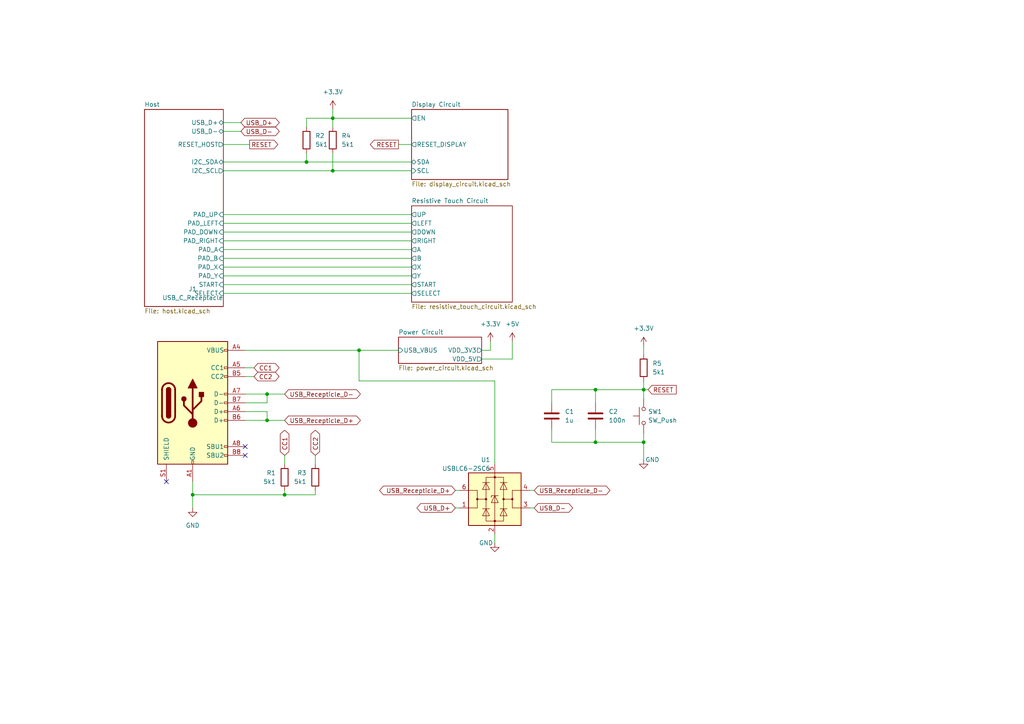
<source format=kicad_sch>
(kicad_sch (version 20230121) (generator eeschema)
  (paper "A4")
  (lib_symbols
    (symbol "Connector:USB_C_Receptacle_USB2.0" (pin_names (offset 1.016))
      (property "Reference" "J" (at -10.16 19.05 0))
      (property "Value" "USB_C_Receptacle_USB2.0" (at 19.05 19.05 0))
      (symbol "USB_C_Receptacle_USB2.0_0_0"
        (rectangle (start -0.254 -17.78) (end 0.254 -16.764))
        (rectangle (start 10.16 -14.986) (end 9.144 -15.494))
        (rectangle (start 10.16 -12.446) (end 9.144 -12.954))
        (rectangle (start 10.16 -4.826) (end 9.144 -5.334))
        (rectangle (start 10.16 -2.286) (end 9.144 -2.794))
        (rectangle (start 10.16 0.254) (end 9.144 -0.254))
        (rectangle (start 10.16 2.794) (end 9.144 2.286))
        (rectangle (start 10.16 7.874) (end 9.144 7.366))
        (rectangle (start 10.16 10.414) (end 9.144 9.906))
        (rectangle (start 10.16 15.494) (end 9.144 14.986))
      )
      (symbol "USB_C_Receptacle_USB2.0_0_1"
        (rectangle (start -10.16 17.78) (end 10.16 -17.78) (stroke (width 0.254)) (fill (type background)))
        (arc (start -8.89 -3.81) (mid -6.985 -5.7067) (end -5.08 -3.81) (stroke (width 0.508)))
        (arc (start -7.62 -3.81) (mid -6.985 -4.4423) (end -6.35 -3.81) (stroke (width 0.254)))
        (arc (start -7.62 -3.81) (mid -6.985 -4.4423) (end -6.35 -3.81) (stroke (width 0.254)) (fill (type outline)))
        (rectangle (start -7.62 -3.81) (end -6.35 3.81) (stroke (width 0.254)) (fill (type outline)))
        (arc (start -6.35 3.81) (mid -6.985 4.4423) (end -7.62 3.81) (stroke (width 0.254)))
        (arc (start -6.35 3.81) (mid -6.985 4.4423) (end -7.62 3.81) (stroke (width 0.254)) (fill (type outline)))
        (arc (start -5.08 3.81) (mid -6.985 5.7067) (end -8.89 3.81) (stroke (width 0.508)))
        (circle (center -2.54 1.143) (radius 0.635) (stroke (width 0.254)) (fill (type outline)))
        (circle (center 0 -5.842) (radius 1.27) (fill (type outline)))
        (polyline (pts (xy -8.89 -3.81) (xy -8.89 3.81)) (stroke (width 0.508)))
        (polyline (pts (xy -5.08 3.81) (xy -5.08 -3.81)) (stroke (width 0.508)))
        (polyline (pts (xy 0 -5.842) (xy 0 4.318)) (stroke (width 0.508)))
        (polyline (pts (xy 0 -3.302) (xy -2.54 -0.762) (xy -2.54 0.508)) (stroke (width 0.508)))
        (polyline (pts (xy 0 -2.032) (xy 2.54 0.508) (xy 2.54 1.778)) (stroke (width 0.508)))
        (polyline (pts (xy -1.27 4.318) (xy 0 6.858) (xy 1.27 4.318) (xy -1.27 4.318)) (stroke (width 0.254)) (fill (type outline)))
        (rectangle (start 1.905 1.778) (end 3.175 3.048) (stroke (width 0.254)) (fill (type outline)))
      )
      (symbol "USB_C_Receptacle_USB2.0_1_1"
        (pin passive line (at 0 -22.86 90) (length 5.08) (name "GND") (number "A1"))
        (pin passive line (at 0 -22.86 90) (length 5.08) hide (name "GND") (number "A12"))
        (pin passive line (at 15.24 15.24 180) (length 5.08) (name "VBUS") (number "A4"))
        (pin bidirectional line (at 15.24 10.16 180) (length 5.08) (name "CC1") (number "A5"))
        (pin bidirectional line (at 15.24 -2.54 180) (length 5.08) (name "D+") (number "A6"))
        (pin bidirectional line (at 15.24 2.54 180) (length 5.08) (name "D-") (number "A7"))
        (pin bidirectional line (at 15.24 -12.7 180) (length 5.08) (name "SBU1") (number "A8"))
        (pin passive line (at 15.24 15.24 180) (length 5.08) hide (name "VBUS") (number "A9"))
        (pin passive line (at 0 -22.86 90) (length 5.08) hide (name "GND") (number "B1"))
        (pin passive line (at 0 -22.86 90) (length 5.08) hide (name "GND") (number "B12"))
        (pin passive line (at 15.24 15.24 180) (length 5.08) hide (name "VBUS") (number "B4"))
        (pin bidirectional line (at 15.24 7.62 180) (length 5.08) (name "CC2") (number "B5"))
        (pin bidirectional line (at 15.24 -5.08 180) (length 5.08) (name "D+") (number "B6"))
        (pin bidirectional line (at 15.24 0 180) (length 5.08) (name "D-") (number "B7"))
        (pin bidirectional line (at 15.24 -15.24 180) (length 5.08) (name "SBU2") (number "B8"))
        (pin passive line (at 15.24 15.24 180) (length 5.08) hide (name "VBUS") (number "B9"))
        (pin passive line (at -7.62 -22.86 90) (length 5.08) (name "SHIELD") (number "S1"))
      )
    )
    (symbol "Device:C" (pin_numbers hide) (pin_names (offset 0.254))
      (property "Reference" "C" (at 0.635 2.54 0))
      (property "Value" "C" (at 0.635 -2.54 0))
      (symbol "C_0_1"
        (polyline (pts (xy -2.032 -0.762) (xy 2.032 -0.762)) (stroke (width 0.508)))
        (polyline (pts (xy -2.032 0.762) (xy 2.032 0.762)) (stroke (width 0.508)))
      )
      (symbol "C_1_1"
        (pin passive line (at 0 3.81 270) (length 2.794) (name "~") (number "1"))
        (pin passive line (at 0 -3.81 90) (length 2.794) (name "~") (number "2"))
      )
    )
    (symbol "Device:R" (pin_numbers hide) (pin_names (offset 0))
      (property "Reference" "R" (at 2.032 0 90))
      (property "Value" "R" (at 0 0 90))
      (symbol "R_0_1"
        (rectangle (start -1.016 -2.54) (end 1.016 2.54) (stroke (width 0.254)))
      )
      (symbol "R_1_1"
        (pin passive line (at 0 3.81 270) (length 1.27) (name "~") (number "1"))
        (pin passive line (at 0 -3.81 90) (length 1.27) (name "~") (number "2"))
      )
    )
    (symbol "Power_Protection:USBLC6-2SC6" (pin_names hide)
      (property "Reference" "U" (at 2.54 8.89 0))
      (property "Value" "USBLC6-2SC6" (at 2.54 -8.89 0))
      (symbol "USBLC6-2SC6_0_1"
        (rectangle (start -7.62 -7.62) (end 7.62 7.62) (stroke (width 0.254)) (fill (type background)))
        (circle (center -5.08 0) (radius 0.254) (fill (type outline)))
        (circle (center -2.54 0) (radius 0.254) (fill (type outline)))
        (rectangle (start -2.54 6.35) (end 2.54 -6.35))
        (circle (center 0 -6.35) (radius 0.254) (fill (type outline)))
        (polyline (pts (xy -5.08 -2.54) (xy -7.62 -2.54)))
        (polyline (pts (xy -5.08 0) (xy -5.08 -2.54)))
        (polyline (pts (xy -5.08 2.54) (xy -7.62 2.54)))
        (polyline (pts (xy -1.524 -2.794) (xy -3.556 -2.794)))
        (polyline (pts (xy -1.524 4.826) (xy -3.556 4.826)))
        (polyline (pts (xy 0 -7.62) (xy 0 -6.35)))
        (polyline (pts (xy 0 -6.35) (xy 0 1.27)))
        (polyline (pts (xy 0 1.27) (xy 0 6.35)))
        (polyline (pts (xy 0 6.35) (xy 0 7.62)))
        (polyline (pts (xy 1.524 -2.794) (xy 3.556 -2.794)))
        (polyline (pts (xy 1.524 4.826) (xy 3.556 4.826)))
        (polyline (pts (xy 5.08 -2.54) (xy 7.62 -2.54)))
        (polyline (pts (xy 5.08 0) (xy 5.08 -2.54)))
        (polyline (pts (xy 5.08 2.54) (xy 7.62 2.54)))
        (polyline (pts (xy -2.54 0) (xy -5.08 0) (xy -5.08 2.54)))
        (polyline (pts (xy 2.54 0) (xy 5.08 0) (xy 5.08 2.54)))
        (polyline (pts (xy -3.556 -4.826) (xy -1.524 -4.826) (xy -2.54 -2.794) (xy -3.556 -4.826)))
        (polyline (pts (xy -3.556 2.794) (xy -1.524 2.794) (xy -2.54 4.826) (xy -3.556 2.794)))
        (polyline (pts (xy -1.016 -1.016) (xy 1.016 -1.016) (xy 0 1.016) (xy -1.016 -1.016)))
        (polyline (pts (xy 1.016 1.016) (xy 0.762 1.016) (xy -1.016 1.016) (xy -1.016 0.508)))
        (polyline (pts (xy 3.556 -4.826) (xy 1.524 -4.826) (xy 2.54 -2.794) (xy 3.556 -4.826)))
        (polyline (pts (xy 3.556 2.794) (xy 1.524 2.794) (xy 2.54 4.826) (xy 3.556 2.794)))
        (circle (center 0 6.35) (radius 0.254) (fill (type outline)))
        (circle (center 2.54 0) (radius 0.254) (fill (type outline)))
        (circle (center 5.08 0) (radius 0.254) (fill (type outline)))
      )
      (symbol "USBLC6-2SC6_1_1"
        (pin passive line (at -10.16 -2.54 0) (length 2.54) (name "I/O1") (number "1"))
        (pin passive line (at 0 -10.16 90) (length 2.54) (name "GND") (number "2"))
        (pin passive line (at 10.16 -2.54 180) (length 2.54) (name "I/O2") (number "3"))
        (pin passive line (at 10.16 2.54 180) (length 2.54) (name "I/O2") (number "4"))
        (pin passive line (at 0 10.16 270) (length 2.54) (name "VBUS") (number "5"))
        (pin passive line (at -10.16 2.54 0) (length 2.54) (name "I/O1") (number "6"))
      )
    )
    (symbol "Switch:SW_Push" (pin_numbers hide) (pin_names (offset 1.016) hide)
      (property "Reference" "SW" (at 1.27 2.54 0))
      (property "Value" "SW_Push" (at 0 -1.524 0))
      (symbol "SW_Push_0_1"
        (circle (center -2.032 0) (radius 0.508))
        (polyline (pts (xy 0 1.27) (xy 0 3.048)))
        (polyline (pts (xy 2.54 1.27) (xy -2.54 1.27)))
        (circle (center 2.032 0) (radius 0.508))
        (pin passive line (at -5.08 0 0) (length 2.54) (name "1") (number "1"))
        (pin passive line (at 5.08 0 180) (length 2.54) (name "2") (number "2"))
      )
    )
    (symbol "power:+3.3V" (power) (pin_names (offset 0))
      (property "Value" "+3.3V" (at 0 3.556 0))
      (symbol "+3.3V_0_1"
        (polyline (pts (xy -0.762 1.27) (xy 0 2.54)))
        (polyline (pts (xy 0 0) (xy 0 2.54)))
        (polyline (pts (xy 0 2.54) (xy 0.762 1.27)))
      )
      (symbol "+3.3V_1_1"
        (pin power_in line (at 0 0 90) (length 0) hide (name "+3.3V") (number "1"))
      )
    )
    (symbol "power:+5V" (power) (pin_names (offset 0))
      (property "Value" "+5V" (at 0 3.556 0))
      (symbol "+5V_0_1"
        (polyline (pts (xy -0.762 1.27) (xy 0 2.54)))
        (polyline (pts (xy 0 0) (xy 0 2.54)))
        (polyline (pts (xy 0 2.54) (xy 0.762 1.27)))
      )
      (symbol "+5V_1_1"
        (pin power_in line (at 0 0 90) (length 0) hide (name "+5V") (number "1"))
      )
    )
    (symbol "power:GND" (power) (pin_names (offset 0))
      (property "Value" "GND" (at 0 -3.81 0))
      (symbol "GND_0_1"
        (polyline (pts (xy 0 0) (xy 0 -1.27) (xy 1.27 -1.27) (xy 0 -2.54) (xy -1.27 -1.27) (xy 0 -1.27)))
      )
      (symbol "GND_1_1"
        (pin power_in line (at 0 0 270) (length 0) hide (name "GND") (number "1"))
      )
    )
  )
  (junction (at 88.9 46.99))
  (junction (at 55.88 143.51))
  (junction (at 96.52 34.29))
  (junction (at 96.52 49.53))
  (junction (at 172.72 113.03))
  (junction (at 77.47 121.92))
  (junction (at 104.14 101.6))
  (junction (at 186.69 128.27))
  (junction (at 82.55 143.51))
  (junction (at 77.47 114.3))
  (junction (at 186.69 113.03))
  (junction (at 172.72 128.27))
  (no_connect (at 71.12 132.08))
  (no_connect (at 71.12 129.54))
  (no_connect (at 48.26 139.7))
  (wire (pts (xy 96.52 34.29) (xy 119.38 34.29)))
  (wire (pts (xy 186.69 133.35) (xy 186.69 128.27)))
  (wire (pts (xy 160.02 113.03) (xy 172.72 113.03)))
  (wire (pts (xy 71.12 116.84) (xy 77.47 116.84)))
  (wire (pts (xy 77.47 114.3) (xy 77.47 116.84)))
  (wire (pts (xy 115.57 41.91) (xy 119.38 41.91)))
  (wire (pts (xy 172.72 116.84) (xy 172.72 113.03)))
  (wire (pts (xy 64.77 64.77) (xy 119.38 64.77)))
  (wire (pts (xy 172.72 124.46) (xy 172.72 128.27)))
  (wire (pts (xy 160.02 116.84) (xy 160.02 113.03)))
  (wire (pts (xy 64.77 67.31) (xy 119.38 67.31)))
  (wire (pts (xy 143.51 154.94) (xy 143.51 157.48)))
  (wire (pts (xy 104.14 101.6) (xy 115.57 101.6)))
  (wire (pts (xy 96.52 44.45) (xy 96.52 49.53)))
  (wire (pts (xy 143.51 110.49) (xy 143.51 134.62)))
  (wire (pts (xy 88.9 36.83) (xy 88.9 34.29)))
  (wire (pts (xy 64.77 46.99) (xy 88.9 46.99)))
  (wire (pts (xy 143.51 110.49) (xy 104.14 110.49)))
  (wire (pts (xy 88.9 46.99) (xy 119.38 46.99)))
  (wire (pts (xy 55.88 143.51) (xy 55.88 147.32)))
  (wire (pts (xy 96.52 49.53) (xy 119.38 49.53)))
  (wire (pts (xy 88.9 44.45) (xy 88.9 46.99)))
  (wire (pts (xy 153.67 142.24) (xy 154.94 142.24)))
  (wire (pts (xy 64.77 38.1) (xy 69.85 38.1)))
  (wire (pts (xy 91.44 142.24) (xy 91.44 143.51)))
  (wire (pts (xy 88.9 34.29) (xy 96.52 34.29)))
  (wire (pts (xy 172.72 113.03) (xy 186.69 113.03)))
  (wire (pts (xy 142.24 99.06) (xy 142.24 101.6)))
  (wire (pts (xy 91.44 143.51) (xy 82.55 143.51)))
  (wire (pts (xy 186.69 113.03) (xy 186.69 115.57)))
  (wire (pts (xy 64.77 77.47) (xy 119.38 77.47)))
  (wire (pts (xy 139.7 104.14) (xy 148.59 104.14)))
  (wire (pts (xy 96.52 31.75) (xy 96.52 34.29)))
  (wire (pts (xy 82.55 132.08) (xy 82.55 134.62)))
  (wire (pts (xy 82.55 114.3) (xy 77.47 114.3)))
  (wire (pts (xy 64.77 35.56) (xy 69.85 35.56)))
  (wire (pts (xy 64.77 82.55) (xy 119.38 82.55)))
  (wire (pts (xy 186.69 110.49) (xy 186.69 113.03)))
  (wire (pts (xy 91.44 132.08) (xy 91.44 134.62)))
  (wire (pts (xy 64.77 85.09) (xy 119.38 85.09)))
  (wire (pts (xy 160.02 124.46) (xy 160.02 128.27)))
  (wire (pts (xy 55.88 143.51) (xy 82.55 143.51)))
  (wire (pts (xy 104.14 110.49) (xy 104.14 101.6)))
  (wire (pts (xy 64.77 80.01) (xy 119.38 80.01)))
  (wire (pts (xy 160.02 128.27) (xy 172.72 128.27)))
  (wire (pts (xy 73.66 106.68) (xy 71.12 106.68)))
  (wire (pts (xy 148.59 99.06) (xy 148.59 104.14)))
  (wire (pts (xy 73.66 109.22) (xy 71.12 109.22)))
  (wire (pts (xy 77.47 114.3) (xy 71.12 114.3)))
  (wire (pts (xy 139.7 101.6) (xy 142.24 101.6)))
  (wire (pts (xy 186.69 125.73) (xy 186.69 128.27)))
  (wire (pts (xy 71.12 101.6) (xy 104.14 101.6)))
  (wire (pts (xy 64.77 62.23) (xy 119.38 62.23)))
  (wire (pts (xy 71.12 119.38) (xy 77.47 119.38)))
  (wire (pts (xy 77.47 121.92) (xy 82.55 121.92)))
  (wire (pts (xy 64.77 41.91) (xy 72.39 41.91)))
  (wire (pts (xy 64.77 74.93) (xy 119.38 74.93)))
  (wire (pts (xy 77.47 121.92) (xy 71.12 121.92)))
  (wire (pts (xy 132.08 142.24) (xy 133.35 142.24)))
  (wire (pts (xy 186.69 100.33) (xy 186.69 102.87)))
  (wire (pts (xy 186.69 113.03) (xy 187.96 113.03)))
  (wire (pts (xy 96.52 34.29) (xy 96.52 36.83)))
  (wire (pts (xy 77.47 119.38) (xy 77.47 121.92)))
  (wire (pts (xy 82.55 142.24) (xy 82.55 143.51)))
  (wire (pts (xy 132.08 147.32) (xy 133.35 147.32)))
  (wire (pts (xy 55.88 139.7) (xy 55.88 143.51)))
  (wire (pts (xy 64.77 72.39) (xy 119.38 72.39)))
  (wire (pts (xy 154.94 147.32) (xy 153.67 147.32)))
  (wire (pts (xy 64.77 49.53) (xy 96.52 49.53)))
  (wire (pts (xy 172.72 128.27) (xy 186.69 128.27)))
  (wire (pts (xy 64.77 69.85) (xy 119.38 69.85)))
  (global_label "USB_Recepticle_D-" (shape bidirectional) (at 154.94 142.24 0) (property "Intersheetrefs" "${INTERSHEET_REFS}" (effects hide)))
  (global_label "USB_Recepticle_D+" (shape bidirectional) (at 82.55 121.92 0) (property "Intersheetrefs" "${INTERSHEET_REFS}" (effects hide)))
  (global_label "USB_D+" (shape bidirectional) (at 132.08 147.32 180) (property "Intersheetrefs" "${INTERSHEET_REFS}" (effects hide)))
  (global_label "RESET" (shape input) (at 187.96 113.03 0) (property "Intersheetrefs" "${INTERSHEET_REFS}" (effects hide)))
  (global_label "USB_Recepticle_D+" (shape bidirectional) (at 132.08 142.24 180) (property "Intersheetrefs" "${INTERSHEET_REFS}" (effects hide)))
  (global_label "CC1" (shape bidirectional) (at 82.55 132.08 90) (property "Intersheetrefs" "${INTERSHEET_REFS}" (effects hide)))
  (global_label "CC1" (shape bidirectional) (at 73.66 106.68 0) (property "Intersheetrefs" "${INTERSHEET_REFS}" (effects hide)))
  (global_label "RESET" (shape output) (at 115.57 41.91 180) (property "Intersheetrefs" "${INTERSHEET_REFS}" (effects hide)))
  (global_label "CC2" (shape bidirectional) (at 73.66 109.22 0) (property "Intersheetrefs" "${INTERSHEET_REFS}" (effects hide)))
  (global_label "CC2" (shape bidirectional) (at 91.44 132.08 90) (property "Intersheetrefs" "${INTERSHEET_REFS}" (effects hide)))
  (global_label "USB_D-" (shape bidirectional) (at 69.85 38.1 0) (property "Intersheetrefs" "${INTERSHEET_REFS}" (effects hide)))
  (global_label "RESET" (shape output) (at 72.39 41.91 0) (property "Intersheetrefs" "${INTERSHEET_REFS}" (effects hide)))
  (global_label "USB_D+" (shape bidirectional) (at 69.85 35.56 0) (property "Intersheetrefs" "${INTERSHEET_REFS}" (effects hide)))
  (global_label "USB_D-" (shape bidirectional) (at 154.94 147.32 0) (property "Intersheetrefs" "${INTERSHEET_REFS}" (effects hide)))
  (global_label "USB_Recepticle_D-" (shape bidirectional) (at 82.55 114.3 0) (property "Intersheetrefs" "${INTERSHEET_REFS}" (effects hide)))
  (symbol (lib_id "Device:R") (at 186.69 106.68 0) (unit 1)
    (property "Reference" "R5" (at 189.23 105.4099 0) (effects (justify left)))
    (property "Value" "5k1" (at 189.23 107.9499 0) (effects (justify left)))
    (property "Footprint" "Resistor_SMD:R_0402_1005Metric_Pad0.72x0.64mm_HandSolder" (effects hide))
  )
  (symbol (lib_id "Connector:USB_C_Receptacle_USB2.0") (at 55.88 116.84 0) (unit 1)
    (property "Reference" "J1" (at 55.88 83.82 0))
    (property "Value" "USB_C_Receptacle" (at 55.88 86.36 0))
    (property "Footprint" "Prj_Connectors_USB:USB_C_Receptacle_SHOU_HAN_TYPE_C_16P_CB1.6_073" (effects hide))
    (property "Datasheet" "https://www.usb.org/sites/default/files/documents/usb_type-c.zip" (effects hide))
  )
  (symbol (lib_id "Switch:SW_Push") (at 186.69 120.65 90) (unit 1)
    (property "Reference" "SW1" (at 187.96 119.38 90) (effects (justify right)))
    (property "Value" "SW_Push" (at 187.96 121.9199 90) (effects (justify right)))
    (property "Footprint" "Button_Switch_SMD:SW_SPST_TL3342" (effects hide))
  )
  (symbol (lib_id "Device:R") (at 96.52 40.64 0) (unit 1)
    (property "Reference" "R4" (at 99.06 39.3699 0) (effects (justify left)))
    (property "Value" "5k1" (at 99.06 41.9099 0) (effects (justify left)))
    (property "Footprint" "Resistor_SMD:R_0402_1005Metric_Pad0.72x0.64mm_HandSolder" (effects hide))
  )
  (symbol (lib_id "power:+5V") (at 148.59 99.06 0) (unit 1)
    (property "Reference" "#PWR05" (effects hide))
    (property "Value" "+5V" (at 148.59 93.98 0))
  )
  (symbol (lib_id "Device:R") (at 91.44 138.43 0) (mirror y) (unit 1)
    (property "Reference" "R3" (at 88.9 137.1599 0) (effects (justify left)))
    (property "Value" "5k1" (at 88.9 139.6999 0) (effects (justify left)))
    (property "Footprint" "Resistor_SMD:R_0402_1005Metric_Pad0.72x0.64mm_HandSolder" (effects hide))
  )
  (symbol (lib_id "Device:C") (at 172.72 120.65 0) (unit 1)
    (property "Reference" "C2" (at 176.53 119.3799 0) (effects (justify left)))
    (property "Value" "100n" (at 176.53 121.92 0) (effects (justify left)))
    (property "Footprint" "Capacitor_SMD:C_0402_1005Metric_Pad0.74x0.62mm_HandSolder" (effects hide))
  )
  (symbol (lib_id "Power_Protection:USBLC6-2SC6") (at 143.51 144.78 0) (unit 1)
    (property "Reference" "U1" (at 142.24 133.35 0) (effects (justify right)))
    (property "Value" "USBLC6-2SC6" (at 142.24 135.89 0) (effects (justify right)))
    (property "Footprint" "Package_TO_SOT_SMD:SOT-23-6" (effects hide))
    (property "Datasheet" "https://www.st.com/resource/en/datasheet/usblc6-2.pdf" (effects hide))
  )
  (symbol (lib_id "Device:C") (at 160.02 120.65 0) (unit 1)
    (property "Reference" "C1" (at 163.83 119.3799 0) (effects (justify left)))
    (property "Value" "1u" (at 163.83 121.92 0) (effects (justify left)))
    (property "Footprint" "Capacitor_SMD:C_0402_1005Metric_Pad0.74x0.62mm_HandSolder" (effects hide))
  )
  (symbol (lib_id "power:+3.3V") (at 186.69 100.33 0) (unit 1)
    (property "Reference" "#PWR06" (effects hide))
    (property "Value" "+3.3V" (at 186.69 95.25 0))
  )
  (symbol (lib_id "power:GND") (at 143.51 157.48 0) (mirror y) (unit 1)
    (property "Reference" "#PWR03" (effects hide))
    (property "Value" "GND" (at 140.97 157.48 0))
  )
  (symbol (lib_id "power:GND") (at 186.69 133.35 0) (unit 1)
    (property "Reference" "#PWR07" (effects hide))
    (property "Value" "GND" (at 189.23 133.35 0))
  )
  (symbol (lib_id "power:+3.3V") (at 142.24 99.06 0) (unit 1)
    (property "Reference" "#PWR04" (effects hide))
    (property "Value" "+3.3V" (at 142.24 93.98 0))
  )
  (symbol (lib_id "Device:R") (at 82.55 138.43 0) (mirror y) (unit 1)
    (property "Reference" "R1" (at 80.01 137.1599 0) (effects (justify left)))
    (property "Value" "5k1" (at 80.01 139.6999 0) (effects (justify left)))
    (property "Footprint" "Resistor_SMD:R_0402_1005Metric_Pad0.72x0.64mm_HandSolder" (effects hide))
  )
  (symbol (lib_id "power:+3.3V") (at 96.52 31.75 0) (unit 1)
    (property "Reference" "#PWR02" (effects hide))
    (property "Value" "+3.3V" (at 96.52 26.67 0))
  )
  (symbol (lib_id "power:GND") (at 55.88 147.32 0) (mirror y) (unit 1)
    (property "Reference" "#PWR01" (effects hide))
    (property "Value" "GND" (at 55.88 152.4 0))
  )
  (symbol (lib_id "Device:R") (at 88.9 40.64 0) (unit 1)
    (property "Reference" "R2" (at 91.44 39.3699 0) (effects (justify left)))
    (property "Value" "5k1" (at 91.44 41.9099 0) (effects (justify left)))
    (property "Footprint" "Resistor_SMD:R_0402_1005Metric_Pad0.72x0.64mm_HandSolder" (effects hide))
  )
  (sheet (at 119.38 59.69) (size 29.21 27.94) (stroke (width 0.1524))
    (property "Sheetname" "Resistive Touch Circuit" (at 119.38 58.9784 0) (effects (justify left bottom)))
    (property "Sheetfile" "resistive_touch_circuit.kicad_sch" (at 119.38 88.2146 0) (effects (justify left top)))
    (pin "UP" output (at 119.38 62.23 180))
    (pin "B" output (at 119.38 74.93 180))
    (pin "X" output (at 119.38 77.47 180))
    (pin "DOWN" output (at 119.38 67.31 180))
    (pin "LEFT" output (at 119.38 64.77 180))
    (pin "Y" output (at 119.38 80.01 180))
    (pin "A" output (at 119.38 72.39 180))
    (pin "RIGHT" output (at 119.38 69.85 180))
    (pin "SELECT" output (at 119.38 85.09 180))
    (pin "START" output (at 119.38 82.55 180))
  )
  (sheet (at 119.38 31.75) (size 27.94 20.32) (stroke (width 0.1524))
    (property "Sheetname" "Display Circuit" (at 119.38 31.0384 0) (effects (justify left bottom)))
    (property "Sheetfile" "display_circuit.kicad_sch" (at 119.38 52.6546 0) (effects (justify left top)))
    (pin "EN" output (at 119.38 34.29 180))
    (pin "SCL" input (at 119.38 49.53 180))
    (pin "SDA" bidirectional (at 119.38 46.99 180))
    (pin "RESET_DISPLAY" output (at 119.38 41.91 180))
  )
  (sheet (at 41.91 31.75) (size 22.86 57.15) (stroke (width 0.1524))
    (property "Sheetname" "Host" (at 41.91 31.0384 0) (effects (justify left bottom)))
    (property "Sheetfile" "host.kicad_sch" (at 41.91 89.4846 0) (effects (justify left top)))
    (pin "USB_D+" bidirectional (at 64.77 35.56 0))
    (pin "USB_D-" bidirectional (at 64.77 38.1 0))
    (pin "I2C_SDA" bidirectional (at 64.77 46.99 0))
    (pin "I2C_SCL" output (at 64.77 49.53 0))
    (pin "PAD_RIGHT" input (at 64.77 69.85 0))
    (pin "PAD_X" input (at 64.77 77.47 0))
    (pin "PAD_B" input (at 64.77 74.93 0))
    (pin "PAD_Y" input (at 64.77 80.01 0))
    (pin "PAD_A" input (at 64.77 72.39 0))
    (pin "PAD_LEFT" input (at 64.77 64.77 0))
    (pin "PAD_UP" input (at 64.77 62.23 0))
    (pin "PAD_DOWN" input (at 64.77 67.31 0))
    (pin "RESET_HOST" output (at 64.77 41.91 0))
    (pin "SELECT" input (at 64.77 85.09 0))
    (pin "START" input (at 64.77 82.55 0))
  )
  (sheet (at 115.57 97.79) (size 24.13 7.62) (stroke (width 0.1524))
    (property "Sheetname" "Power Circuit" (at 115.57 97.0784 0) (effects (justify left bottom)))
    (property "Sheetfile" "power_circuit.kicad_sch" (at 115.57 105.9946 0) (effects (justify left top)))
    (pin "USB_VBUS" input (at 115.57 101.6 180))
    (pin "VDD_5V" output (at 139.7 104.14 0))
    (pin "VDD_3V3" output (at 139.7 101.6 0))
  )
)
</source>
